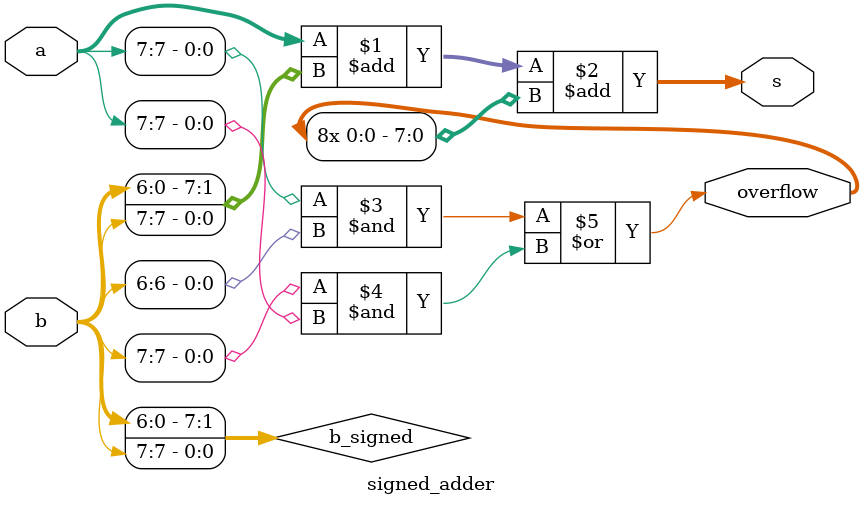
<source format=v>

module signed_adder(input [7:0] a,
    input [7:0] b,
    output [7:0] s,
    output overflow
); 

// The numbers a and b are added to the output s. 
// assign the occurence of the signed overflow of a and b to the output overflow.
// a signed overflow occurs if the most significant bits of a and b are low and the most significant bit of s is high
// a signed overflow may also occur if the most significant bits of a and b are high and the most significant bit of s is low


wire [7:0] b_signed = {b[6:0],b[7]};

assign s = a + b_signed + {8{overflow}}; // adds the unsigned numbers a and b, and the signed numbers a and b, and the overflow from the previous adder, and produces the signed sum s

assign overflow = (a[7] & b_signed[7]) | (b[7] & a[7]); // adds the most significant bit of a and b, and the least significant bit of a and b, and produces the overflow

endmodule

</source>
